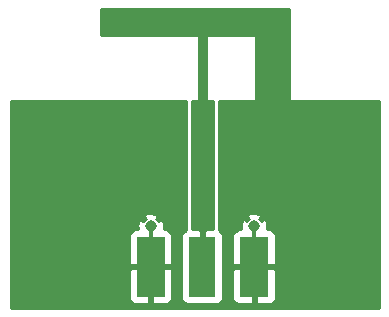
<source format=gbr>
G04 #@! TF.FileFunction,Copper,L1,Top,Signal*
%FSLAX46Y46*%
G04 Gerber Fmt 4.6, Leading zero omitted, Abs format (unit mm)*
G04 Created by KiCad (PCBNEW 4.0.5) date 02/21/17 00:05:23*
%MOMM*%
%LPD*%
G01*
G04 APERTURE LIST*
%ADD10C,0.025400*%
%ADD11R,2.290000X5.080000*%
%ADD12R,2.420000X5.080000*%
%ADD13C,0.970000*%
%ADD14R,0.460000X0.890000*%
%ADD15C,0.355600*%
%ADD16C,0.254000*%
G04 APERTURE END LIST*
D10*
D11*
X144843500Y-96601700D03*
D12*
X140463500Y-96601700D03*
X149223500Y-96601700D03*
D13*
X140463500Y-93161700D03*
X149223500Y-93161700D03*
D14*
X140463500Y-93611700D03*
X149223500Y-93611700D03*
D15*
X150799800Y-82931000D03*
D16*
G36*
X152171400Y-82423000D02*
X152181406Y-82472410D01*
X152209847Y-82514035D01*
X152252241Y-82541315D01*
X152298400Y-82550000D01*
X159791400Y-82550000D01*
X159791400Y-100076000D01*
X128625600Y-100076000D01*
X128625600Y-96887450D01*
X138618500Y-96887450D01*
X138618500Y-99268009D01*
X138715173Y-99501398D01*
X138893801Y-99680027D01*
X139127190Y-99776700D01*
X140177750Y-99776700D01*
X140336500Y-99617950D01*
X140336500Y-96728700D01*
X140590500Y-96728700D01*
X140590500Y-99617950D01*
X140749250Y-99776700D01*
X141799810Y-99776700D01*
X142033199Y-99680027D01*
X142211827Y-99501398D01*
X142308500Y-99268009D01*
X142308500Y-96887450D01*
X142149750Y-96728700D01*
X140590500Y-96728700D01*
X140336500Y-96728700D01*
X138777250Y-96728700D01*
X138618500Y-96887450D01*
X128625600Y-96887450D01*
X128625600Y-93935391D01*
X138618500Y-93935391D01*
X138618500Y-96315950D01*
X138777250Y-96474700D01*
X140336500Y-96474700D01*
X140336500Y-96454700D01*
X140590500Y-96454700D01*
X140590500Y-96474700D01*
X142149750Y-96474700D01*
X142308500Y-96315950D01*
X142308500Y-93935391D01*
X142211827Y-93702002D01*
X142033199Y-93523373D01*
X141799810Y-93426700D01*
X141555629Y-93426700D01*
X141596649Y-93303136D01*
X141564518Y-92858732D01*
X141456268Y-92597392D01*
X141242700Y-92562105D01*
X141114815Y-92689990D01*
X141053199Y-92628373D01*
X140886338Y-92559257D01*
X141063095Y-92382500D01*
X141027808Y-92168932D01*
X140604936Y-92028551D01*
X140160532Y-92060682D01*
X139899192Y-92168932D01*
X139863905Y-92382500D01*
X140040662Y-92559257D01*
X139873801Y-92628373D01*
X139812185Y-92689990D01*
X139684300Y-92562105D01*
X139470732Y-92597392D01*
X139330351Y-93020264D01*
X139359737Y-93426700D01*
X139127190Y-93426700D01*
X138893801Y-93523373D01*
X138715173Y-93702002D01*
X138618500Y-93935391D01*
X128625600Y-93935391D01*
X128625600Y-82550000D01*
X143433800Y-82550000D01*
X143433800Y-93484023D01*
X143338801Y-93523373D01*
X143160173Y-93702002D01*
X143063500Y-93935391D01*
X143063500Y-96315950D01*
X143065500Y-96317950D01*
X143065500Y-96885450D01*
X143063500Y-96887450D01*
X143063500Y-99268009D01*
X143160173Y-99501398D01*
X143338801Y-99680027D01*
X143572190Y-99776700D01*
X144557750Y-99776700D01*
X144563250Y-99771200D01*
X145123750Y-99771200D01*
X145129250Y-99776700D01*
X146114810Y-99776700D01*
X146348199Y-99680027D01*
X146526827Y-99501398D01*
X146623500Y-99268009D01*
X146623500Y-96887450D01*
X147378500Y-96887450D01*
X147378500Y-99268009D01*
X147475173Y-99501398D01*
X147653801Y-99680027D01*
X147887190Y-99776700D01*
X148937750Y-99776700D01*
X149096500Y-99617950D01*
X149096500Y-96728700D01*
X149350500Y-96728700D01*
X149350500Y-99617950D01*
X149509250Y-99776700D01*
X150559810Y-99776700D01*
X150793199Y-99680027D01*
X150971827Y-99501398D01*
X151068500Y-99268009D01*
X151068500Y-96887450D01*
X150909750Y-96728700D01*
X149350500Y-96728700D01*
X149096500Y-96728700D01*
X147537250Y-96728700D01*
X147378500Y-96887450D01*
X146623500Y-96887450D01*
X146621500Y-96885450D01*
X146621500Y-96317950D01*
X146623500Y-96315950D01*
X146623500Y-93935391D01*
X147378500Y-93935391D01*
X147378500Y-96315950D01*
X147537250Y-96474700D01*
X149096500Y-96474700D01*
X149096500Y-96454700D01*
X149350500Y-96454700D01*
X149350500Y-96474700D01*
X150909750Y-96474700D01*
X151068500Y-96315950D01*
X151068500Y-93935391D01*
X150971827Y-93702002D01*
X150793199Y-93523373D01*
X150559810Y-93426700D01*
X150315629Y-93426700D01*
X150356649Y-93303136D01*
X150324518Y-92858732D01*
X150216268Y-92597392D01*
X150002700Y-92562105D01*
X149874815Y-92689990D01*
X149813199Y-92628373D01*
X149646338Y-92559257D01*
X149823095Y-92382500D01*
X149787808Y-92168932D01*
X149364936Y-92028551D01*
X148920532Y-92060682D01*
X148659192Y-92168932D01*
X148623905Y-92382500D01*
X148800662Y-92559257D01*
X148633801Y-92628373D01*
X148572185Y-92689990D01*
X148444300Y-92562105D01*
X148230732Y-92597392D01*
X148090351Y-93020264D01*
X148119737Y-93426700D01*
X147887190Y-93426700D01*
X147653801Y-93523373D01*
X147475173Y-93702002D01*
X147378500Y-93935391D01*
X146623500Y-93935391D01*
X146526827Y-93702002D01*
X146348199Y-93523373D01*
X146253200Y-93484023D01*
X146253200Y-82550000D01*
X149301200Y-82550000D01*
X149350610Y-82539994D01*
X149392235Y-82511553D01*
X149419515Y-82469159D01*
X149428200Y-82423000D01*
X149428200Y-77114400D01*
X149418194Y-77064990D01*
X149389753Y-77023365D01*
X149347359Y-76996085D01*
X149301200Y-76987400D01*
X145262600Y-76987400D01*
X145213190Y-76997406D01*
X145171565Y-77025847D01*
X145144285Y-77068241D01*
X145135600Y-77114400D01*
X145135600Y-82423000D01*
X145145606Y-82472410D01*
X145174047Y-82514035D01*
X145216441Y-82541315D01*
X145262600Y-82550000D01*
X145745200Y-82550000D01*
X145745200Y-93426700D01*
X145129250Y-93426700D01*
X144970500Y-93585450D01*
X144970500Y-96824800D01*
X144716500Y-96824800D01*
X144716500Y-93585450D01*
X144557750Y-93426700D01*
X143941800Y-93426700D01*
X143941800Y-82550000D01*
X144424400Y-82550000D01*
X144473810Y-82539994D01*
X144515435Y-82511553D01*
X144542715Y-82469159D01*
X144551400Y-82423000D01*
X144551400Y-77114400D01*
X144541394Y-77064990D01*
X144512953Y-77023365D01*
X144470559Y-76996085D01*
X144424400Y-76987400D01*
X136245600Y-76987400D01*
X136245600Y-74752200D01*
X152171400Y-74752200D01*
X152171400Y-82423000D01*
X152171400Y-82423000D01*
G37*
X152171400Y-82423000D02*
X152181406Y-82472410D01*
X152209847Y-82514035D01*
X152252241Y-82541315D01*
X152298400Y-82550000D01*
X159791400Y-82550000D01*
X159791400Y-100076000D01*
X128625600Y-100076000D01*
X128625600Y-96887450D01*
X138618500Y-96887450D01*
X138618500Y-99268009D01*
X138715173Y-99501398D01*
X138893801Y-99680027D01*
X139127190Y-99776700D01*
X140177750Y-99776700D01*
X140336500Y-99617950D01*
X140336500Y-96728700D01*
X140590500Y-96728700D01*
X140590500Y-99617950D01*
X140749250Y-99776700D01*
X141799810Y-99776700D01*
X142033199Y-99680027D01*
X142211827Y-99501398D01*
X142308500Y-99268009D01*
X142308500Y-96887450D01*
X142149750Y-96728700D01*
X140590500Y-96728700D01*
X140336500Y-96728700D01*
X138777250Y-96728700D01*
X138618500Y-96887450D01*
X128625600Y-96887450D01*
X128625600Y-93935391D01*
X138618500Y-93935391D01*
X138618500Y-96315950D01*
X138777250Y-96474700D01*
X140336500Y-96474700D01*
X140336500Y-96454700D01*
X140590500Y-96454700D01*
X140590500Y-96474700D01*
X142149750Y-96474700D01*
X142308500Y-96315950D01*
X142308500Y-93935391D01*
X142211827Y-93702002D01*
X142033199Y-93523373D01*
X141799810Y-93426700D01*
X141555629Y-93426700D01*
X141596649Y-93303136D01*
X141564518Y-92858732D01*
X141456268Y-92597392D01*
X141242700Y-92562105D01*
X141114815Y-92689990D01*
X141053199Y-92628373D01*
X140886338Y-92559257D01*
X141063095Y-92382500D01*
X141027808Y-92168932D01*
X140604936Y-92028551D01*
X140160532Y-92060682D01*
X139899192Y-92168932D01*
X139863905Y-92382500D01*
X140040662Y-92559257D01*
X139873801Y-92628373D01*
X139812185Y-92689990D01*
X139684300Y-92562105D01*
X139470732Y-92597392D01*
X139330351Y-93020264D01*
X139359737Y-93426700D01*
X139127190Y-93426700D01*
X138893801Y-93523373D01*
X138715173Y-93702002D01*
X138618500Y-93935391D01*
X128625600Y-93935391D01*
X128625600Y-82550000D01*
X143433800Y-82550000D01*
X143433800Y-93484023D01*
X143338801Y-93523373D01*
X143160173Y-93702002D01*
X143063500Y-93935391D01*
X143063500Y-96315950D01*
X143065500Y-96317950D01*
X143065500Y-96885450D01*
X143063500Y-96887450D01*
X143063500Y-99268009D01*
X143160173Y-99501398D01*
X143338801Y-99680027D01*
X143572190Y-99776700D01*
X144557750Y-99776700D01*
X144563250Y-99771200D01*
X145123750Y-99771200D01*
X145129250Y-99776700D01*
X146114810Y-99776700D01*
X146348199Y-99680027D01*
X146526827Y-99501398D01*
X146623500Y-99268009D01*
X146623500Y-96887450D01*
X147378500Y-96887450D01*
X147378500Y-99268009D01*
X147475173Y-99501398D01*
X147653801Y-99680027D01*
X147887190Y-99776700D01*
X148937750Y-99776700D01*
X149096500Y-99617950D01*
X149096500Y-96728700D01*
X149350500Y-96728700D01*
X149350500Y-99617950D01*
X149509250Y-99776700D01*
X150559810Y-99776700D01*
X150793199Y-99680027D01*
X150971827Y-99501398D01*
X151068500Y-99268009D01*
X151068500Y-96887450D01*
X150909750Y-96728700D01*
X149350500Y-96728700D01*
X149096500Y-96728700D01*
X147537250Y-96728700D01*
X147378500Y-96887450D01*
X146623500Y-96887450D01*
X146621500Y-96885450D01*
X146621500Y-96317950D01*
X146623500Y-96315950D01*
X146623500Y-93935391D01*
X147378500Y-93935391D01*
X147378500Y-96315950D01*
X147537250Y-96474700D01*
X149096500Y-96474700D01*
X149096500Y-96454700D01*
X149350500Y-96454700D01*
X149350500Y-96474700D01*
X150909750Y-96474700D01*
X151068500Y-96315950D01*
X151068500Y-93935391D01*
X150971827Y-93702002D01*
X150793199Y-93523373D01*
X150559810Y-93426700D01*
X150315629Y-93426700D01*
X150356649Y-93303136D01*
X150324518Y-92858732D01*
X150216268Y-92597392D01*
X150002700Y-92562105D01*
X149874815Y-92689990D01*
X149813199Y-92628373D01*
X149646338Y-92559257D01*
X149823095Y-92382500D01*
X149787808Y-92168932D01*
X149364936Y-92028551D01*
X148920532Y-92060682D01*
X148659192Y-92168932D01*
X148623905Y-92382500D01*
X148800662Y-92559257D01*
X148633801Y-92628373D01*
X148572185Y-92689990D01*
X148444300Y-92562105D01*
X148230732Y-92597392D01*
X148090351Y-93020264D01*
X148119737Y-93426700D01*
X147887190Y-93426700D01*
X147653801Y-93523373D01*
X147475173Y-93702002D01*
X147378500Y-93935391D01*
X146623500Y-93935391D01*
X146526827Y-93702002D01*
X146348199Y-93523373D01*
X146253200Y-93484023D01*
X146253200Y-82550000D01*
X149301200Y-82550000D01*
X149350610Y-82539994D01*
X149392235Y-82511553D01*
X149419515Y-82469159D01*
X149428200Y-82423000D01*
X149428200Y-77114400D01*
X149418194Y-77064990D01*
X149389753Y-77023365D01*
X149347359Y-76996085D01*
X149301200Y-76987400D01*
X145262600Y-76987400D01*
X145213190Y-76997406D01*
X145171565Y-77025847D01*
X145144285Y-77068241D01*
X145135600Y-77114400D01*
X145135600Y-82423000D01*
X145145606Y-82472410D01*
X145174047Y-82514035D01*
X145216441Y-82541315D01*
X145262600Y-82550000D01*
X145745200Y-82550000D01*
X145745200Y-93426700D01*
X145129250Y-93426700D01*
X144970500Y-93585450D01*
X144970500Y-96824800D01*
X144716500Y-96824800D01*
X144716500Y-93585450D01*
X144557750Y-93426700D01*
X143941800Y-93426700D01*
X143941800Y-82550000D01*
X144424400Y-82550000D01*
X144473810Y-82539994D01*
X144515435Y-82511553D01*
X144542715Y-82469159D01*
X144551400Y-82423000D01*
X144551400Y-77114400D01*
X144541394Y-77064990D01*
X144512953Y-77023365D01*
X144470559Y-76996085D01*
X144424400Y-76987400D01*
X136245600Y-76987400D01*
X136245600Y-74752200D01*
X152171400Y-74752200D01*
X152171400Y-82423000D01*
M02*

</source>
